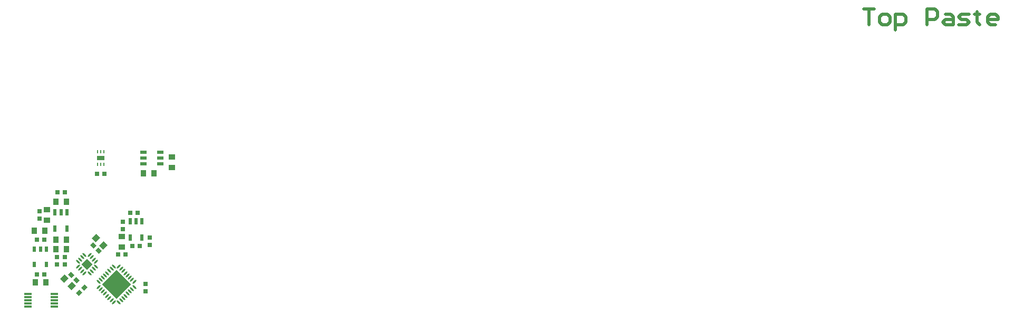
<source format=gtp>
G04 Layer_Color=8421504*
%FSLAX25Y25*%
%MOIN*%
G70*
G01*
G75*
%ADD10R,0.02362X0.04331*%
%ADD11R,0.03150X0.02756*%
%ADD12R,0.03937X0.03543*%
%ADD13R,0.02756X0.03150*%
%ADD14R,0.03543X0.03937*%
G04:AMPARAMS|DCode=15|XSize=9.5mil|YSize=32mil|CornerRadius=0mil|HoleSize=0mil|Usage=FLASHONLY|Rotation=45.000|XOffset=0mil|YOffset=0mil|HoleType=Round|Shape=Round|*
%AMOVALD15*
21,1,0.02250,0.00950,0.00000,0.00000,135.0*
1,1,0.00950,0.00796,-0.00796*
1,1,0.00950,-0.00796,0.00796*
%
%ADD15OVALD15*%

G04:AMPARAMS|DCode=16|XSize=9.5mil|YSize=32mil|CornerRadius=0mil|HoleSize=0mil|Usage=FLASHONLY|Rotation=315.000|XOffset=0mil|YOffset=0mil|HoleType=Round|Shape=Round|*
%AMOVALD16*
21,1,0.02250,0.00950,0.00000,0.00000,45.0*
1,1,0.00950,-0.00796,-0.00796*
1,1,0.00950,0.00796,0.00796*
%
%ADD16OVALD16*%

%ADD17P,0.07238X4X360.0*%
G04:AMPARAMS|DCode=18|XSize=27.56mil|YSize=31.5mil|CornerRadius=0mil|HoleSize=0mil|Usage=FLASHONLY|Rotation=225.000|XOffset=0mil|YOffset=0mil|HoleType=Round|Shape=Rectangle|*
%AMROTATEDRECTD18*
4,1,4,-0.00139,0.02088,0.02088,-0.00139,0.00139,-0.02088,-0.02088,0.00139,-0.00139,0.02088,0.0*
%
%ADD18ROTATEDRECTD18*%

G04:AMPARAMS|DCode=19|XSize=27.56mil|YSize=31.5mil|CornerRadius=0mil|HoleSize=0mil|Usage=FLASHONLY|Rotation=135.000|XOffset=0mil|YOffset=0mil|HoleType=Round|Shape=Rectangle|*
%AMROTATEDRECTD19*
4,1,4,0.02088,0.00139,-0.00139,-0.02088,-0.02088,-0.00139,0.00139,0.02088,0.02088,0.00139,0.0*
%
%ADD19ROTATEDRECTD19*%

G04:AMPARAMS|DCode=20|XSize=39.37mil|YSize=35.43mil|CornerRadius=0mil|HoleSize=0mil|Usage=FLASHONLY|Rotation=225.000|XOffset=0mil|YOffset=0mil|HoleType=Round|Shape=Rectangle|*
%AMROTATEDRECTD20*
4,1,4,0.00139,0.02645,0.02645,0.00139,-0.00139,-0.02645,-0.02645,-0.00139,0.00139,0.02645,0.0*
%
%ADD20ROTATEDRECTD20*%

%ADD21R,0.02165X0.03347*%
%ADD22R,0.04724X0.01181*%
%ADD23R,0.03937X0.02362*%
%ADD24R,0.04961X0.03150*%
%ADD25R,0.00906X0.02362*%
%ADD26P,0.18374X4X90.0*%
%ADD28C,0.02000*%
D10*
X418740Y437382D02*
D03*
X411260D02*
D03*
Y447618D02*
D03*
X415000D02*
D03*
X418740D02*
D03*
X371240Y442882D02*
D03*
X363760D02*
D03*
Y453118D02*
D03*
X367500D02*
D03*
X371240D02*
D03*
D11*
X415862Y453000D02*
D03*
X411138D02*
D03*
X417362Y432000D02*
D03*
X412638D02*
D03*
X408362Y426500D02*
D03*
X403638D02*
D03*
X352138Y436000D02*
D03*
X356862D02*
D03*
X365138Y466000D02*
D03*
X369862D02*
D03*
X352138Y414000D02*
D03*
X356862D02*
D03*
X390138Y477500D02*
D03*
X394862D02*
D03*
D12*
X406000Y437847D02*
D03*
Y431153D02*
D03*
X358500Y448153D02*
D03*
Y454846D02*
D03*
X437500Y488346D02*
D03*
Y481653D02*
D03*
D13*
X406500Y447362D02*
D03*
Y442638D02*
D03*
X423500Y432638D02*
D03*
Y437362D02*
D03*
X370000Y424862D02*
D03*
Y420138D02*
D03*
X365000Y420138D02*
D03*
Y424862D02*
D03*
X354000Y453862D02*
D03*
Y449138D02*
D03*
X421000Y407862D02*
D03*
Y403138D02*
D03*
D14*
X364154Y436000D02*
D03*
X370847D02*
D03*
X364154Y430000D02*
D03*
X370847D02*
D03*
X357347Y441500D02*
D03*
X350654D02*
D03*
X370847Y460000D02*
D03*
X364154D02*
D03*
X351153Y408853D02*
D03*
X357846D02*
D03*
X426346Y478000D02*
D03*
X419654D02*
D03*
D15*
X382407Y426161D02*
D03*
X381015Y424769D02*
D03*
X379623Y423377D02*
D03*
X378231Y421985D02*
D03*
X385608Y414608D02*
D03*
X387000Y416000D02*
D03*
X388392Y417392D02*
D03*
X389784Y418784D02*
D03*
X391156Y409101D02*
D03*
X392548Y410493D02*
D03*
X393940Y411885D02*
D03*
X395332Y413277D02*
D03*
X396724Y414669D02*
D03*
X398115Y416060D02*
D03*
X399507Y417452D02*
D03*
X400899Y418844D02*
D03*
X413844Y405899D02*
D03*
X412452Y404507D02*
D03*
X411060Y403115D02*
D03*
X409668Y401723D02*
D03*
X408277Y400331D02*
D03*
X406885Y398940D02*
D03*
X405493Y397548D02*
D03*
X404101Y396156D02*
D03*
D16*
X378231Y418784D02*
D03*
X379623Y417392D02*
D03*
X381015Y416000D02*
D03*
X382407Y414608D02*
D03*
X389784Y421985D02*
D03*
X388392Y423377D02*
D03*
X387000Y424769D02*
D03*
X385608Y426161D02*
D03*
X404101Y418844D02*
D03*
X405493Y417452D02*
D03*
X406885Y416060D02*
D03*
X408277Y414669D02*
D03*
X409668Y413277D02*
D03*
X411060Y411885D02*
D03*
X412452Y410493D02*
D03*
X413844Y409101D02*
D03*
X400899Y396156D02*
D03*
X399507Y397548D02*
D03*
X398115Y398940D02*
D03*
X396724Y400331D02*
D03*
X395332Y401723D02*
D03*
X393940Y403115D02*
D03*
X392548Y404507D02*
D03*
X391156Y405899D02*
D03*
D17*
X384007Y420385D02*
D03*
D18*
X377170Y410330D02*
D03*
X373830Y413670D02*
D03*
X391170Y428830D02*
D03*
X387830Y432170D02*
D03*
D19*
X378830Y402330D02*
D03*
X382170Y405670D02*
D03*
D20*
X374366Y406634D02*
D03*
X369634Y411366D02*
D03*
X389634Y436866D02*
D03*
X394366Y432134D02*
D03*
D21*
X358240Y420177D02*
D03*
X350760D02*
D03*
Y429823D02*
D03*
X354500Y429823D02*
D03*
X358240Y429823D02*
D03*
D22*
X346732Y401437D02*
D03*
Y399468D02*
D03*
Y397500D02*
D03*
Y395532D02*
D03*
Y393563D02*
D03*
X363268Y401437D02*
D03*
Y399468D02*
D03*
X363268Y397500D02*
D03*
Y395532D02*
D03*
X363268Y393563D02*
D03*
D23*
X419587Y483760D02*
D03*
Y487500D02*
D03*
Y491240D02*
D03*
X430413D02*
D03*
X430413Y487500D02*
D03*
X430413Y483760D02*
D03*
D24*
X392500Y487500D02*
D03*
D25*
X394468Y483563D02*
D03*
X392500D02*
D03*
X390531D02*
D03*
Y491437D02*
D03*
X392500D02*
D03*
X394468D02*
D03*
D26*
X402500Y407500D02*
D03*
D28*
X875000Y581997D02*
X881664D01*
X878332D01*
Y572000D01*
X886663D02*
X889995D01*
X891661Y573666D01*
Y576998D01*
X889995Y578664D01*
X886663D01*
X884997Y576998D01*
Y573666D01*
X886663Y572000D01*
X894993Y568668D02*
Y578664D01*
X899992D01*
X901658Y576998D01*
Y573666D01*
X899992Y572000D01*
X894993D01*
X914987D02*
Y581997D01*
X919985D01*
X921652Y580331D01*
Y576998D01*
X919985Y575332D01*
X914987D01*
X926650Y578664D02*
X929982D01*
X931648Y576998D01*
Y572000D01*
X926650D01*
X924984Y573666D01*
X926650Y575332D01*
X931648D01*
X934981Y572000D02*
X939979D01*
X941645Y573666D01*
X939979Y575332D01*
X936647D01*
X934981Y576998D01*
X936647Y578664D01*
X941645D01*
X946644Y580331D02*
Y578664D01*
X944977D01*
X948310D01*
X946644D01*
Y573666D01*
X948310Y572000D01*
X958306D02*
X954974D01*
X953308Y573666D01*
Y576998D01*
X954974Y578664D01*
X958306D01*
X959972Y576998D01*
Y575332D01*
X953308D01*
M02*

</source>
